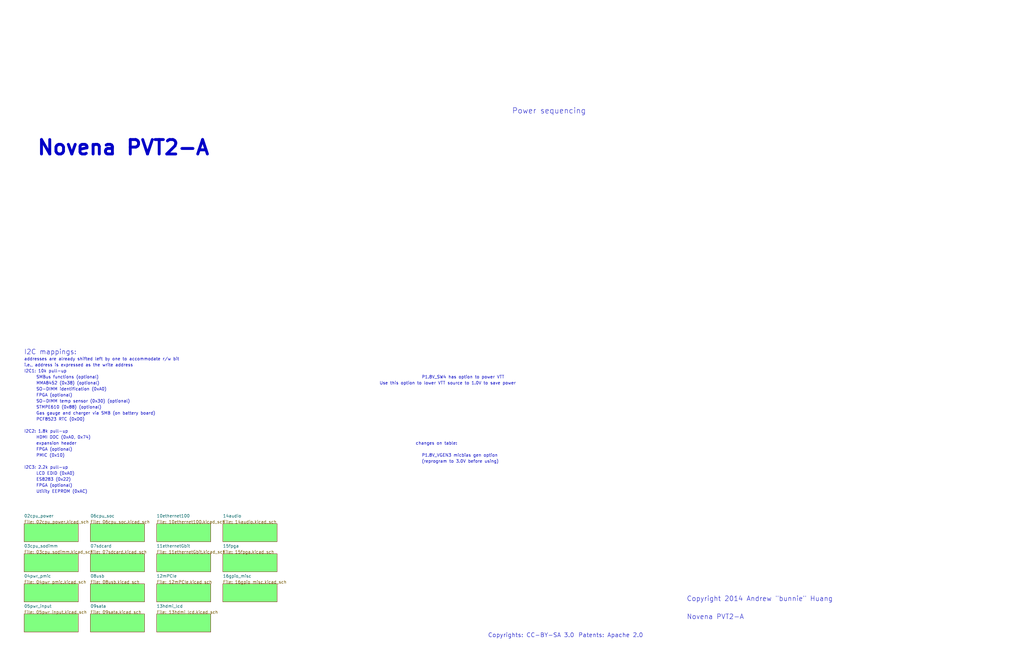
<source format=kicad_sch>
(kicad_sch (version 20230121) (generator eeschema)
  (paper "B")
  (lib_symbols)
  (text "I2C mappings:" (at 10.16 149.86 0) (effects (font (size 2.032 2.032)) (justify left bottom)))
  (text "Novena PVT2-A" (at 289.56 261.62 0) (effects (font (size 2.032 2.032)) (justify left bottom)))
  (text "Gas gauge and charger via SMB (on battery board)" (at 15.24 175.26 0) (effects (font (size 1.27 1.27)) (justify left bottom)))
  (text "STMPE610 (0x88) (optional)" (at 15.24 172.72 0) (effects (font (size 1.27 1.27)) (justify left bottom)))
  (text "addresses are already shifted left by one to accommodate r/w bit" (at 10.16 152.4 0) (effects (font (size 1.27 1.27)) (justify left bottom)))
  (text "Power sequencing" (at 215.9 48.26 0) (effects (font (size 2.286 2.286)) (justify left bottom)))
  (text "Copyright 2014 Andrew \"bunnie\" Huang" (at 289.56 254 0) (effects (font (size 2.032 2.032)) (justify left bottom)))
  (text "P1.8V_VGEN3 micbias gen option" (at 177.8 193.04 0) (effects (font (size 1.27 1.27)) (justify left bottom)))
  (text "FPGA (optional)" (at 15.24 205.74 0) (effects (font (size 1.27 1.27)) (justify left bottom)))
  (text "SO-DIMM temp sensor (0x30) (optional)" (at 15.24 170.18 0) (effects (font (size 1.27 1.27)) (justify left bottom)))
  (text "ES8283 (0x22)" (at 15.24 203.2 0) (effects (font (size 1.27 1.27)) (justify left bottom)))
  (text "Novena PVT2-A" (at 15.24 66.04 0) (effects (font (size 6.096 6.096) bold) (justify left bottom)))
  (text "FPGA (optional)" (at 15.24 190.5 0) (effects (font (size 1.27 1.27)) (justify left bottom)))
  (text "Utility EEPROM (0xAC)" (at 15.24 208.28 0) (effects (font (size 1.27 1.27)) (justify left bottom)))
  (text "(reprogram to 3.0V before using)" (at 177.8 195.58 0) (effects (font (size 1.27 1.27)) (justify left bottom)))
  (text "I2C2: 1.8k pull-up" (at 10.16 182.88 0) (effects (font (size 1.27 1.27)) (justify left bottom)))
  (text "Copyrights: CC-BY-SA 3.0" (at 205.74 269.24 0) (effects (font (size 1.778 1.778)) (justify left bottom)))
  (text "expansion header" (at 15.24 187.96 0) (effects (font (size 1.27 1.27)) (justify left bottom)))
  (text "Use this option to lower VTT source to 1.0V to save power" (at 160.02 162.56 0) (effects (font (size 1.27 1.27)) (justify left bottom)))
  (text "SMBus functions (optional)" (at 15.24 160.02 0) (effects (font (size 1.27 1.27)) (justify left bottom)))
  (text "Patents: Apache 2.0" (at 243.84 269.24 0) (effects (font (size 1.778 1.778)) (justify left bottom)))
  (text "LCD EDID (0xA0)" (at 15.24 200.66 0) (effects (font (size 1.27 1.27)) (justify left bottom)))
  (text "MMA8452 (0x38) (optional)" (at 15.24 162.56 0) (effects (font (size 1.27 1.27)) (justify left bottom)))
  (text "i.e., address is expressed as the write address" (at 10.16 154.94 0) (effects (font (size 1.27 1.27)) (justify left bottom)))
  (text "I2C3: 2.2k pull-up" (at 10.16 198.12 0) (effects (font (size 1.27 1.27)) (justify left bottom)))
  (text "FPGA (optional)" (at 15.24 167.64 0) (effects (font (size 1.27 1.27)) (justify left bottom)))
  (text "PCF8523 RTC (0xD0)" (at 15.24 177.8 0) (effects (font (size 1.27 1.27)) (justify left bottom)))
  (text "P1.8V_SW4 has option to power VTT" (at 177.8 160.02 0) (effects (font (size 1.27 1.27)) (justify left bottom)))
  (text "HDMI DDC (0xA0, 0x74)" (at 15.24 185.42 0) (effects (font (size 1.27 1.27)) (justify left bottom)))
  (text "changes on table:" (at 175.26 187.96 0) (effects (font (size 1.27 1.27)) (justify left bottom)))
  (text "PMIC (0x10)" (at 15.24 193.04 0) (effects (font (size 1.27 1.27)) (justify left bottom)))
  (text "I2C1: 10k pull-up" (at 10.16 157.48 0) (effects (font (size 1.27 1.27)) (justify left bottom)))
  (text "SO-DIMM identification (0xA0)" (at 15.24 165.1 0) (effects (font (size 1.27 1.27)) (justify left bottom)))
  (sheet (at 66.04 220.98) (size 22.86 7.62) (stroke (width 0) (color 128 0 0 1)) (fill (color 128 255 128 1.0000))
    (property "Sheetname" "10ethernet100" (at 66.04 218.44 0) (effects (justify left bottom)))
    (property "Sheetfile" "10ethernet100.kicad_sch" (at 66.04 220.98 0) (effects (justify left bottom)))
  )
  (sheet (at 38.1 220.98) (size 22.86 7.62) (stroke (width 0) (color 128 0 0 1)) (fill (color 128 255 128 1.0000))
    (property "Sheetname" "06cpu_soc" (at 38.1 218.44 0) (effects (justify left bottom)))
    (property "Sheetfile" "06cpu_soc.kicad_sch" (at 38.1 220.98 0) (effects (justify left bottom)))
  )
  (sheet (at 66.04 233.68) (size 22.86 7.62) (stroke (width 0) (color 128 0 0 1)) (fill (color 128 255 128 1.0000))
    (property "Sheetname" "11ethernetGbit" (at 66.04 231.14 0) (effects (justify left bottom)))
    (property "Sheetfile" "11ethernetGbit.kicad_sch" (at 66.04 233.68 0) (effects (justify left bottom)))
  )
  (sheet (at 10.16 246.38) (size 22.86 7.62) (stroke (width 0) (color 128 0 0 1)) (fill (color 128 255 128 1.0000))
    (property "Sheetname" "04pwr_pmic" (at 10.16 243.84 0) (effects (justify left bottom)))
    (property "Sheetfile" "04pwr_pmic.kicad_sch" (at 10.16 246.38 0) (effects (justify left bottom)))
  )
  (sheet (at 93.98 233.68) (size 22.86 7.62) (stroke (width 0) (color 128 0 0 1)) (fill (color 128 255 128 1.0000))
    (property "Sheetname" "15fpga" (at 93.98 231.14 0) (effects (justify left bottom)))
    (property "Sheetfile" "15fpga.kicad_sch" (at 93.98 233.68 0) (effects (justify left bottom)))
  )
  (sheet (at 93.98 246.38) (size 22.86 7.62) (stroke (width 0) (color 128 0 0 1)) (fill (color 128 255 128 1.0000))
    (property "Sheetname" "16gpio_misc" (at 93.98 243.84 0) (effects (justify left bottom)))
    (property "Sheetfile" "16gpio_misc.kicad_sch" (at 93.98 246.38 0) (effects (justify left bottom)))
  )
  (sheet (at 10.16 233.68) (size 22.86 7.62) (stroke (width 0) (color 128 0 0 1)) (fill (color 128 255 128 1.0000))
    (property "Sheetname" "03cpu_sodimm" (at 10.16 231.14 0) (effects (justify left bottom)))
    (property "Sheetfile" "03cpu_sodimm.kicad_sch" (at 10.16 233.68 0) (effects (justify left bottom)))
  )
  (sheet (at 38.1 233.68) (size 22.86 7.62) (stroke (width 0) (color 128 0 0 1)) (fill (color 128 255 128 1.0000))
    (property "Sheetname" "07sdcard" (at 38.1 231.14 0) (effects (justify left bottom)))
    (property "Sheetfile" "07sdcard.kicad_sch" (at 38.1 233.68 0) (effects (justify left bottom)))
  )
  (sheet (at 66.04 259.08) (size 22.86 7.62) (stroke (width 0) (color 128 0 0 1)) (fill (color 128 255 128 1.0000))
    (property "Sheetname" "13hdmi_lcd" (at 66.04 256.54 0) (effects (justify left bottom)))
    (property "Sheetfile" "13hdmi_lcd.kicad_sch" (at 66.04 259.08 0) (effects (justify left bottom)))
  )
  (sheet (at 10.16 220.98) (size 22.86 7.62) (stroke (width 0) (color 128 0 0 1)) (fill (color 128 255 128 1.0000))
    (property "Sheetname" "02cpu_power" (at 10.16 218.44 0) (effects (justify left bottom)))
    (property "Sheetfile" "02cpu_power.kicad_sch" (at 10.16 220.98 0) (effects (justify left bottom)))
  )
  (sheet (at 10.16 259.08) (size 22.86 7.62) (stroke (width 0) (color 128 0 0 1)) (fill (color 128 255 128 1.0000))
    (property "Sheetname" "05pwr_input" (at 10.16 256.54 0) (effects (justify left bottom)))
    (property "Sheetfile" "05pwr_input.kicad_sch" (at 10.16 259.08 0) (effects (justify left bottom)))
  )
  (sheet (at 93.98 220.98) (size 22.86 7.62) (stroke (width 0) (color 128 0 0 1)) (fill (color 128 255 128 1.0000))
    (property "Sheetname" "14audio" (at 93.98 218.44 0) (effects (justify left bottom)))
    (property "Sheetfile" "14audio.kicad_sch" (at 93.98 220.98 0) (effects (justify left bottom)))
  )
  (sheet (at 38.1 259.08) (size 22.86 7.62) (stroke (width 0) (color 128 0 0 1)) (fill (color 128 255 128 1.0000))
    (property "Sheetname" "09sata" (at 38.1 256.54 0) (effects (justify left bottom)))
    (property "Sheetfile" "09sata.kicad_sch" (at 38.1 259.08 0) (effects (justify left bottom)))
  )
  (sheet (at 38.1 246.38) (size 22.86 7.62) (stroke (width 0) (color 128 0 0 1)) (fill (color 128 255 128 1.0000))
    (property "Sheetname" "08usb" (at 38.1 243.84 0) (effects (justify left bottom)))
    (property "Sheetfile" "08usb.kicad_sch" (at 38.1 246.38 0) (effects (justify left bottom)))
  )
  (sheet (at 66.04 246.38) (size 22.86 7.62) (stroke (width 0) (color 128 0 0 1)) (fill (color 128 255 128 1.0000))
    (property "Sheetname" "12mPCIe" (at 66.04 243.84 0) (effects (justify left bottom)))
    (property "Sheetfile" "12mPCIe.kicad_sch" (at 66.04 246.38 0) (effects (justify left bottom)))
  )
)
</source>
